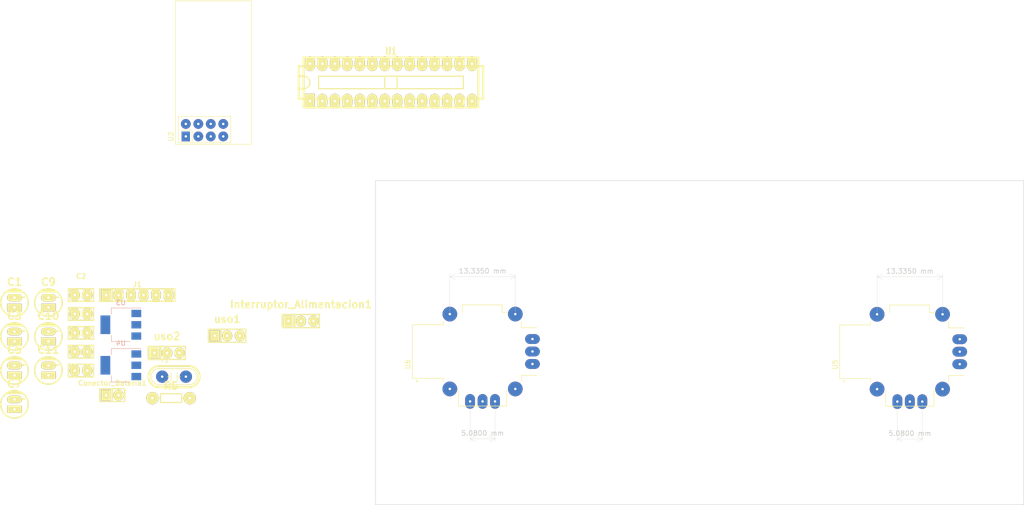
<source format=kicad_pcb>
(kicad_pcb (version 20221018) (generator pcbnew)
  (layers (0 "F.Cu" signal) (31 "B.Cu" signal) (34 "B.Paste" user) (35 "F.Paste" user) (36 "B.SilkS" user "B.Silkscreen") (37 "F.SilkS" user "F.Silkscreen") (38 "B.Mask" user) (39 "F.Mask" user) (44 "Edge.Cuts" user))
  (net 0 "")
  (net 1 "VCC")
  (net 2 "GND")
  (net 3 "+5V")
  (net 4 "+3V3")
  (net 5 "Net-(C10-Pad2)")
  (net 6 "Net-(C11-Pad2)")
  (net 7 "Net-(U1-Reset)")
  (net 8 "/DTR")
  (net 9 "/BAT")
  (net 10 "/RX")
  (net 11 "/TX")
  (net 16 "/SwDer")
  (net 17 "/SwIzq")
  (net 21 "/CE")
  (net 22 "/CSK")
  (net 23 "/MOSI")
  (net 24 "/MISO")
  (net 25 "/SCK")
  (net 27 "/PotIzqA")
  (net 28 "/PotIzqB")
  (net 29 "/PotDerA")
  (net 30 "/PotDerB")
  (footprint "EESTN5:CAP_0.1" (layer "F.Cu") (at 31.03 98.8448)
    (fp_text reference "C8" (at 0 -3.81) (layer "F.SilkS") (effects (font (size 1.016 1.016) (thickness 0.2032))))
    (fp_text value "100nF" hide)
    (fp_line (start -2.54 -0.635) (end -1.905 -1.27) (stroke (width 0.3048)) (layer "F.SilkS"))
    (fp_line (start -2.54 1.27) (end -2.54 -1.27) (stroke (width 0.3048)) (layer "F.SilkS"))
    (fp_line (start -2.4892 -1.27) (end 2.54 -1.27) (stroke (width 0.3048)) (layer "F.SilkS"))
    (fp_line (start 2.54 -1.27) (end 2.54 1.27) (stroke (width 0.3048)) (layer "F.SilkS"))
    (fp_line (start 2.54 1.27) (end -2.54 1.27) (stroke (width 0.3048)) (layer "F.SilkS"))
    (pad "1" thru_hole oval (at -1.27 0) (size 2 2.3) (drill 0.5) (layers "*.Cu" "*.Mask" "F.SilkS") (net 4 "+3V3"))
    (pad "2" thru_hole oval (at 1.27 0) (size 2 2.3) (drill 0.5) (layers "*.Cu" "*.Mask" "F.SilkS") (net 2 "GND"))
  )
  (footprint "EESTN5:RES0.3" (layer "F.Cu") (at 49.37709 108.294)
    (fp_text reference "R5" (at 0 -2.5) (layer "F.SilkS") (effects (font (size 1.5 1.5) (thickness 0.3))))
    (fp_text value "10K" hide)
    (fp_line (start -2.159 -0.889) (end -2.159 0.889) (stroke (width 0.254)) (layer "F.SilkS"))
    (fp_line (start -2.159 0) (end -3.81 0) (stroke (width 0.254)) (layer "F.SilkS"))
    (fp_line (start -2.159 0.889) (end 2.159 0.889) (stroke (width 0.254)) (layer "F.SilkS"))
    (fp_line (start 2.159 -0.889) (end -2.159 -0.889) (stroke (width 0.254)) (layer "F.SilkS"))
    (fp_line (start 2.159 0) (end 3.81 0) (stroke (width 0.254)) (layer "F.SilkS"))
    (fp_line (start 2.159 0.889) (end 2.159 -0.889) (stroke (width 0.254)) (layer "F.SilkS"))
    (pad "1" thru_hole circle (at -3.81 0) (size 2.5 2.5) (drill 0.5) (layers "*.Cu" "*.Mask" "F.SilkS") (net 3 "+5V"))
    (pad "2" thru_hole circle (at 3.81 0) (size 2.5 2.5) (drill 0.5) (layers "*.Cu" "*.Mask" "F.SilkS") (net 7 "Net-(U1-Reset)"))
  )
  (footprint "PotStick:XDCR_COM-09032" (layer "F.Cu") (at 112.8 98.8 90)
    (fp_text reference "U6" (at -2.625 -15.235 90) (layer "F.SilkS"))
    (fp_text value "COM-09032")
    (fp_line (start -11.1 -4.9) (end -7.95 -4.9) (stroke (width 0.127)) (layer "F.SilkS"))
    (fp_line (start -11.1 4.9) (end -11.1 -4.9) (stroke (width 0.127)) (layer "F.SilkS"))
    (fp_line (start -7.95 4.9) (end -11.1 4.9) (stroke (width 0.127)) (layer "F.SilkS"))
    (fp_line (start -7.95 5.17) (end -7.95 4.9) (stroke (width 0.127)) (layer "F.SilkS"))
    (fp_line (start -6.07 -8) (end -5.45 -8) (stroke (width 0.127)) (layer "F.SilkS"))
    (fp_line (start -5.45 -14.3) (end 5.45 -14.3) (stroke (width 0.127)) (layer "F.SilkS"))
    (fp_line (start -5.45 -8) (end -5.45 -14.3) (stroke (width 0.127)) (layer "F.SilkS"))
    (fp_line (start -4.85 7.9) (end -6.07 7.9) (stroke (width 0.127)) (layer "F.SilkS"))
    (fp_line (start -4.85 11.1) (end -4.85 7.9) (stroke (width 0.127)) (layer "F.SilkS"))
    (fp_line (start 4.85 7.9) (end 4.85 11.1) (stroke (width 0.127)) (layer "F.SilkS"))
    (fp_line (start 5.45 -14.3) (end 5.45 -8) (stroke (width 0.127)) (layer "F.SilkS"))
    (fp_line (start 5.45 -8) (end 6.08 -8) (stroke (width 0.127)) (layer "F.SilkS"))
    (fp_line (start 6.08 7.9) (end 4.85 7.9) (stroke (width 0.127)) (layer "F.SilkS"))
    (fp_line (start 7.95 -4.1) (end 9.5 -4.1) (stroke (width 0.127)) (layer "F.SilkS"))
    (fp_line (start 7.95 4) (end 7.95 5.12) (stroke (width 0.127)) (layer "F.SilkS"))
    (fp_line (start 9.5 -4.1) (end 9.5 4) (stroke (width 0.127)) (layer "F.SilkS"))
    (fp_line (start 9.5 4) (end 7.95 4) (stroke (width 0.127)) (layer "F.SilkS"))
    (fp_circle (center -6.05 -13.35) (end -5.95 -13.35) (stroke (width 0.2)) (fill none) (layer "F.SilkS"))
    (dimension (type aligned) (layer "Edge.Cuts") (pts (xy 106.1325 91.18) (xy 119.4675 91.18)) (height -7.62) (gr_text "13,3350 mm" (at 112.8 82.41) (layer "Edge.Cuts") (effects (font (size 1 1) (thickness 0.15)))) (format (prefix "") (suffix "") (units 3) (units_format 1) (precision 4)) (style (thickness 0.05) (arrow_length 1.27) (text_position_mode 0) (extension_height 0.58642) (extension_offset 0.5) keep_text_aligned))
    (dimension (type aligned) (layer "Edge.Cuts") (pts (xy 110.26 108.96) (xy 115.34 108.96)) (height 7.62) (gr_text "5,0800 mm" (at 112.8 115.43) (layer "Edge.Cuts") (effects (font (size 1 1) (thickness 0.15)))) (format (prefix "") (suffix "") (units 3) (units_format 1) (precision 4)) (style (thickness 0.05) (arrow_length 1.27) (text_position_mode 0) (extension_height 0.58642) (extension_offset 0.5) keep_text_aligned))
    (pad "H1" thru_hole oval (at -2.54 10.16 90) (size 2 3) (drill 0.5) (layers "*.Cu" "*.Mask") (net 3 "+5V"))
    (pad "H2" thru_hole oval (at 0 10.16 90) (size 2 3) (drill 0.5) (layers "*.Cu" "*.Mask") (net 27 "/PotIzqA"))
    (pad "H3" thru_hole oval (at 2.54 10.16 90) (size 2 3) (drill 0.5) (layers "*.Cu" "*.Mask") (net 2 "GND"))
    (pad "S1" thru_hole circle (at -7.62 -6.6675 90) (size 3 3) (drill 0.5) (layers "*.Cu" "*.Mask") (net 2 "GND"))
    (pad "S2" thru_hole circle (at -7.62 6.6675 90) (size 3 3) (drill 0.5) (layers "*.Cu" "*.Mask") (net 2 "GND"))
    (pad "S3" thru_hole circle (at 7.62 6.6675 90) (size 3 3) (drill 0.5) (layers "*.Cu" "*.Mask") (net 2 "GND"))
    (pad "S4" thru_hole circle (at 7.62 -6.6675 90) (size 3 3) (drill 0.5) (layers "*.Cu" "*.Mask") (net 2 "GND"))
    (pad "V1" thru_hole oval (at -10.16 -2.54 90) (size 3 2) (drill 0.5) (layers "*.Cu" "*.Mask") (net 3 "+5V"))
    (pad "V2" thru_hole oval (at -10.16 0 90) (size 3 2) (drill 0.5) (layers "*.Cu" "*.Mask") (net 28 "/PotIzqB"))
    (pad "V3" thru_hole oval (at -10.16 2.54 90) (size 3 2) (drill 0.5) (layers "*.Cu" "*.Mask") (net 2 "GND"))
  )
  (footprint "EESTN5:CAP_0.1" (layer "F.Cu") (at 31.03 87.3104)
    (fp_text reference "C2" (at 0 -3.81) (layer "F.SilkS") (effects (font (size 1.016 1.016) (thickness 0.2032))))
    (fp_text value "0.1uF" hide)
    (fp_line (start -2.54 -0.635) (end -1.905 -1.27) (stroke (width 0.3048)) (layer "F.SilkS"))
    (fp_line (start -2.54 1.27) (end -2.54 -1.27) (stroke (width 0.3048)) (layer "F.SilkS"))
    (fp_line (start -2.4892 -1.27) (end 2.54 -1.27) (stroke (width 0.3048)) (layer "F.SilkS"))
    (fp_line (start 2.54 -1.27) (end 2.54 1.27) (stroke (width 0.3048)) (layer "F.SilkS"))
    (fp_line (start 2.54 1.27) (end -2.54 1.27) (stroke (width 0.3048)) (layer "F.SilkS"))
    (pad "1" thru_hole oval (at -1.27 0) (size 2 2.3) (drill 0.5) (layers "*.Cu" "*.Mask" "F.SilkS") (net 1 "VCC"))
    (pad "2" thru_hole oval (at 1.27 0) (size 2 2.3) (drill 0.5) (layers "*.Cu" "*.Mask" "F.SilkS") (net 2 "GND"))
  )
  (footprint "EESTN5:Pin_Header_6" (layer "F.Cu") (at 42.49 87.3104)
    (fp_text reference "J1" (at 0 -2.159) (layer "F.SilkS") (effects (font (size 1.016 1.016) (thickness 0.2032))))
    (fp_text value "nombre del prog" hide)
    (fp_line (start -7.62 -1.27) (end 7.62 -1.27) (stroke (width 0.3048)) (layer "F.SilkS"))
    (fp_line (start -7.62 1.27) (end -7.62 -1.27) (stroke (width 0.3048)) (layer "F.SilkS"))
    (fp_line (start -5.08 -1.27) (end -5.08 1.27) (stroke (width 0.3048)) (layer "F.SilkS"))
    (fp_line (start 7.62 -1.27) (end 7.62 1.27) (stroke (width 0.3048)) (layer "F.SilkS"))
    (fp_line (start 7.62 1.27) (end -7.62 1.27) (stroke (width 0.3048)) (layer "F.SilkS"))
    (pad "1" thru_hole rect (at -6.35 0) (size 2 2.19964) (drill 0.5) (layers "*.Cu" "*.Mask" "F.SilkS") (net 8 "/DTR"))
    (pad "2" thru_hole oval (at -3.81 0) (size 2 2.5) (drill 0.5) (layers "*.Cu" "*.Mask" "F.SilkS") (net 10 "/RX"))
    (pad "3" thru_hole oval (at -1.27 0) (size 2 2.5) (drill 0.5) (layers "*.Cu" "*.Mask" "F.SilkS") (net 11 "/TX"))
    (pad "4" thru_hole oval (at 1.27 0) (size 2 2.5) (drill 0.5) (layers "*.Cu" "*.Mask" "F.SilkS"))
    (pad "5" thru_hole oval (at 3.81 0) (size 2 2.5) (drill 0.5) (layers "*.Cu" "*.Mask" "F.SilkS"))
    (pad "6" thru_hole oval (at 6.35 0) (size 2 2.5) (drill 0.5) (layers "*.Cu" "*.Mask" "F.SilkS") (net 2 "GND"))
  )
  (footprint "EESTN5:CAP_0.1" (layer "F.Cu") (at 31.03 91.1552)
    (fp_text reference "C4" (at 0 -3.81) (layer "F.SilkS") (effects (font (size 1.016 1.016) (thickness 0.2032))))
    (fp_text value "0.1uF" hide)
    (fp_line (start -2.54 -0.635) (end -1.905 -1.27) (stroke (width 0.3048)) (layer "F.SilkS"))
    (fp_line (start -2.54 1.27) (end -2.54 -1.27) (stroke (width 0.3048)) (layer "F.SilkS"))
    (fp_line (start -2.4892 -1.27) (end 2.54 -1.27) (stroke (width 0.3048)) (layer "F.SilkS"))
    (fp_line (start 2.54 -1.27) (end 2.54 1.27) (stroke (width 0.3048)) (layer "F.SilkS"))
    (fp_line (start 2.54 1.27) (end -2.54 1.27) (stroke (width 0.3048)) (layer "F.SilkS"))
    (pad "1" thru_hole oval (at -1.27 0) (size 2 2.3) (drill 0.5) (layers "*.Cu" "*.Mask" "F.SilkS") (net 3 "+5V"))
    (pad "2" thru_hole oval (at 1.27 0) (size 2 2.3) (drill 0.5) (layers "*.Cu" "*.Mask" "F.SilkS") (net 2 "GND"))
  )
  (footprint "EESTN5:CAP_ELEC_5x11mm" (layer "F.Cu") (at 17.49 102.65)
    (fp_text reference "C5" (at 0 -4.2) (layer "F.SilkS") (effects (font (size 1.524 1.524) (thickness 0.3048))))
    (fp_text value "1uF" hide)
    (fp_line (start -1.7 -2.2) (end 1.7 -2.2) (stroke (width 0.3048)) (layer "F.SilkS"))
    (fp_line (start -1.3 -2.4) (end 1.3 -2.4) (stroke (width 0.3048)) (layer "F.SilkS"))
    (fp_line (start -0.8 -2.6) (end 0.8 -2.6) (stroke (width 0.3048)) (layer "F.SilkS"))
    (fp_line (start 1 -1.1) (end 2 -1.1) (stroke (width 0.3)) (layer "F.SilkS"))
    (fp_circle (center 0 0) (end 2.8 0) (stroke (width 0.3048)) (fill none) (layer "F.SilkS"))
    (pad "1" thru_hole rect (at 0 1) (size 3 1.5) (drill 0.5) (layers "*.Cu" "*.Mask" "F.SilkS") (net 1 "VCC"))
    (pad "2" thru_hole oval (at 0 -1) (size 3 1.5) (drill 0.5) (layers "*.Cu" "*.Mask" "F.SilkS") (net 2 "GND"))
  )
  (footprint "RF_Module:nRF24L01_Breakout" (layer "F.Cu") (at 52.375 55 90)
    (fp_text reference "U2" (at 0 -3 90) (layer "F.SilkS"))
    (fp_text value "Nrf24l01")
    (fp_line (start -1.6 -2.1) (end -1.6 -2.1) (stroke (width 0.12)) (layer "F.SilkS"))
    (fp_line (start -1.6 -2.1) (end 27.6 -2.1) (stroke (width 0.12)) (layer "F.SilkS"))
    (fp_line (start -1.6 13.35) (end -1.6 -2.1) (stroke (width 0.12)) (layer "F.SilkS"))
    (fp_line (start -1.27 -1.524) (end -1.27 -1.524) (stroke (width 0.12)) (layer "F.SilkS"))
    (fp_line (start -1.27 -1.524) (end 4.064 -1.524) (stroke (width 0.12)) (layer "F.SilkS"))
    (fp_line (start -1.27 9.144) (end -1.27 -1.524) (stroke (width 0.12)) (layer "F.SilkS"))
    (fp_line (start -1.27 9.144) (end -1.27 9.144) (stroke (width 0.12)) (layer "F.SilkS"))
    (fp_line (start -1.016 1.27) (end -1.016 1.27) (stroke (width 0.12)) (layer "F.SilkS"))
    (fp_line (start 1.27 -1.016) (end 1.27 1.27) (stroke (width 0.12)) (layer "F.SilkS"))
    (fp_line (start 1.27 1.27) (end -1.016 1.27) (stroke (width 0.12)) (layer "F.SilkS"))
    (fp_line (start 4.064 -1.524) (end 4.064 9.144) (stroke (width 0.12)) (layer "F.SilkS"))
    (fp_line (start 4.064 9.144) (end -1.27 9.144) (stroke (width 0.12)) (layer "F.SilkS"))
    (fp_line (start 27.6 -2.1) (end 27.6 13.35) (stroke (width 0.12)) (layer "F.SilkS"))
    (fp_line (start 27.6 13.35) (end -1.6 13.35) (stroke (width 0.12)) (layer "F.SilkS"))
    (pad "1" thru_hole rect (at 0 0 90) (size 2 1.7) (drill 0.5) (layers "*.Cu" "*.Mask") (net 2 "GND"))
    (pad "2" thru_hole circle (at 2.54 0 90) (size 2 2) (drill 0.5) (layers "*.Cu" "*.Mask") (net 4 "+3V3"))
    (pad "3" thru_hole circle (at 0 2.54 90) (size 2 2) (drill 0.5) (layers "*.Cu" "*.Mask") (net 21 "/CE"))
    (pad "4" thru_hole circle (at 2.54 2.54 90) (size 2 2) (drill 0.5) (layers "*.Cu" "*.Mask") (net 22 "/CSK"))
    (pad "5" thru_hole circle (at 0 5.08 90) (size 2 2) (drill 0.5) (layers "*.Cu" "*.Mask") (net 25 "/SCK"))
    (pad "6" thru_hole circle (at 2.54 5.08 90) (size 2 2) (drill 0.5) (layers "*.Cu" "*.Mask") (net 23 "/MOSI"))
    (pad "7" thru_hole circle (at 0 7.62 90) (size 2 2) (drill 0.5) (layers "*.Cu" "*.Mask") (net 24 "/MISO"))
    (pad "8" thru_hole circle (at 2.54 7.62 90) (size 2 2) (drill 0.5) (layers "*.Cu" "*.Mask"))
  )
  (footprint "EESTN5:CAP_ELEC_5x11mm" (layer "F.Cu") (at 17.49 88.8404)
    (fp_text reference "C1" (at 0 -4.2) (layer "F.SilkS") (effects (font (size 1.524 1.524) (thickness 0.3048))))
    (fp_text value "1uF" hide)
    (fp_line (start -1.7 -2.2) (end 1.7 -2.2) (stroke (width 0.3048)) (layer "F.SilkS"))
    (fp_line (start -1.3 -2.4) (end 1.3 -2.4) (stroke (width 0.3048)) (layer "F.SilkS"))
    (fp_line (start -0.8 -2.6) (end 0.8 -2.6) (stroke (width 0.3048)) (layer "F.SilkS"))
    (fp_line (start 1 -1.1) (end 2 -1.1) (stroke (width 0.3)) (layer "F.SilkS"))
    (fp_circle (center 0 0) (end 2.8 0) (stroke (width 0.3048)) (fill none) (layer "F.SilkS"))
    (pad "1" thru_hole rect (at 0 1) (size 3 1.5) (drill 0.5) (layers "*.Cu" "*.Mask" "F.SilkS") (net 1 "VCC"))
    (pad "2" thru_hole oval (at 0 -1) (size 3 1.5) (drill 0.5) (layers "*.Cu" "*.Mask" "F.SilkS") (net 2 "GND"))
  )
  (footprint "EESTN5:DIP_28-300_socket" (layer "F.Cu") (at 94.15 44.01)
    (fp_text reference "U1" (at 0 -6.35) (layer "F.SilkS") (effects (font (size 1.524 1.143) (thickness 0.28702))))
    (fp_text value "ATMEGA328P" hide)
    (fp_line (start -18.796 3.302) (end -18.796 -3.302) (stroke (width 0.381)) (layer "F.SilkS"))
    (fp_line (start -17.78 -5.08) (end 17.78 -5.08) (stroke (width 0.381)) (layer "F.SilkS"))
    (fp_line (start -17.78 -1.27) (end -18.796 -1.27) (stroke (width 0.381)) (layer "F.SilkS"))
    (fp_line (start -17.78 -1.27) (end -17.78 1.27) (stroke (width 0.381)) (layer "F.SilkS"))
    (fp_line (start -17.78 1.27) (end -18.796 1.27) (stroke (width 0.381)) (layer "F.SilkS"))
    (fp_line (start -17.78 5.08) (end -17.78 -5.08) (stroke (width 0.381)) (layer "F.SilkS"))
    (fp_line (start -17.78 5.08) (end 17.78 5.08) (stroke (width 0.381)) (layer "F.SilkS"))
    (fp_line (start -14.732 -1.27) (end -14.732 1.27) (stroke (width 0.254)) (layer "F.SilkS"))
    (fp_line (start -14.732 1.27) (end 14.732 1.27) (stroke (width 0.254)) (layer "F.SilkS"))
    (fp_line (start -1.27 -1.27) (end -1.27 1.27) (stroke (width 0.254)) (layer "F.SilkS"))
    (fp_line (start 1.27 -1.27) (end 1.27 1.27) (stroke (width 0.254)) (layer "F.SilkS"))
    (fp_line (start 14.732 -1.27) (end -14.732 -1.27) (stroke (width 0.254)) (layer "F.SilkS"))
    (fp_line (start 14.732 1.27) (end 14.732 -1.27) (stroke (width 0.254)) (layer "F.SilkS"))
    (fp_line (start 17.78 -5.08) (end 17.78 5.08) (stroke (width 0.381)) (layer "F.SilkS"))
    (fp_line (start 18.796 -3.302) (end -18.796 -3.302) (stroke (width 0.381)) (layer "F.SilkS"))
    (fp_line (start 18.796 -3.302) (end 18.796 3.302) (stroke (width 0.381)) (layer "F.SilkS"))
    (fp_line (start 18.796 3.302) (end -18.796 3.302) (stroke (width 0.381)) (layer "F.SilkS"))
    (fp_arc (start -17.78 -1.27) (mid -16.881974 -0.898026) (end -16.51 0) (stroke (width 0.254)) (layer "F.SilkS"))
    (fp_arc (start -16.51 0) (mid -16.881974 0.898026) (end -17.78 1.27) (stroke (width 0.254)) (layer "F.SilkS"))
    (pad "1" thru_hole rect (at -16.51 3.81) (size 2 3) (drill 0.5) (layers "*.Cu" "*.Mask" "F.SilkS") (net 7 "Net-(U1-Reset)"))
    (pad "2" thru_hole oval (at -13.97 3.81) (size 2 3) (drill 0.5) (layers "*.Cu" "*.Mask" "F.SilkS") (net 10 "/RX"))
    (pad "3" thru_hole oval (at -11.43 3.81) (size 2 3) (drill 0.5) (layers "*.Cu" "*.Mask" "F.SilkS") (net 11 "/TX"))
    (pad "4" thru_hole oval (at -8.89 3.81) (size 2 3) (drill 0.5) (layers "*.Cu" "*.Mask" "F.SilkS"))
    (pad "5" thru_hole oval (at -6.35 3.81) (size 2 3) (drill 0.5) (layers "*.Cu" "*.Mask" "F.SilkS"))
    (pad "6" thru_hole oval (at -3.81 3.81) (size 2 3) (drill 0.5) (layers "*.Cu" "*.Mask" "F.SilkS") (net 16 "/SwDer"))
    (pad "7" thru_hole oval (at -1.27 3.81) (size 2 3) (drill 0.5) (layers "*.Cu" "*.Mask" "F.SilkS") (net 3 "+5V"))
    (pad "8" thru_hole oval (at 1.27 3.81) (size 2 3) (drill 0.5) (layers "*.Cu" "*.Mask" "F.SilkS") (net 2 "GND"))
    (pad "9" thru_hole oval (at 3.81 3.81) (size 2 3) (drill 0.5) (layers "*.Cu" "*.Mask" "F.SilkS") (net 5 "Net-(C10-Pad2)"))
    (pad "10" thru_hole oval (at 6.35 3.81) (size 2 3) (drill 0.5) (layers "*.Cu" "*.Mask" "F.SilkS") (net 6 "Net-(C11-Pad2)"))
    (pad "11" thru_hole oval (at 8.89 3.81) (size 2 3) (drill 0.5) (layers "*.Cu" "*.Mask" "F.SilkS") (net 17 "/SwIzq"))
    (pad "12" thru_hole oval (at 11.43 3.81) (size 2 3) (drill 0.5) (layers "*.Cu" "*.Mask" "F.SilkS"))
    (pad "13" thru_hole oval (at 13.97 3.81) (size 2 3) (drill 0.5) (layers "*.Cu" "*.Mask" "F.SilkS"))
    (pad "14" thru_hole oval (at 16.51 3.81) (size 2 3) (drill 0.5) (layers "*.Cu" "*.Mask" "F.SilkS"))
    (pad "15" thru_hole oval (at 16.51 -3.81) (size 2 3) (drill 0.5) (layers "*.Cu" "*.Mask" "F.SilkS") (net 21 "/CE"))
    (pad "16" thru_hole oval (at 13.97 -3.81) (size 2 3) (drill 0.5) (layers "*.Cu" "*.Mask" "F.SilkS") (net 22 "/CSK"))
    (pad "17" thru_hole oval (at 11.43 -3.81) (size 2 3) (drill 0.5) (layers "*.Cu" "*.Mask" "F.SilkS") (net 23 "/MOSI"))
    (pad "18" thru_hole oval (at 8.89 -3.81) (size 2 3) (drill 0.5) (layers "*.Cu" "*.Mask" "F.SilkS") (net 24 "/MISO"))
    (pad "19" thru_hole oval (at 6.35 -3.81) (size 2 3) (drill 0.5) (layers "*.Cu" "*.Mask" "F.SilkS") (net 25 "/SCK"))
    (pad "20" thru_hole oval (at 3.81 -3.81) (size 2 3) (drill 0.5) (layers "*.Cu" "*.Mask" "F.SilkS") (net 2 "GND"))
    (pad "21" thru_hole oval (at 1.27 -3.81) (size 2 3) (drill 0.5) (layers "*.Cu" "*.Mask" "F.SilkS"))
    (pad "22" thru_hole oval (at -1.27 -3.81) (size 2 3) (drill 0.5) (layers "*.Cu" "*.Mask" "F.SilkS") (net 3 "+5V"))
    (pad "23" thru_hole oval (at -3.81 -3.81) (size 2 3) (drill 0.5) (layers "*.Cu" "*.Mask" "F.SilkS") (net 27 "/PotIzqA"))
    (pad "24" thru_hole oval (at -6.35 -3.81) (size 2 3) (drill 0.5) (layers "*.Cu" "*.Mask" "F.SilkS") (net 28 "/PotIzqB"))
    (pad "25" thru_hole oval (at -8.89 -3.81) (size 2 3) (drill 0.5) (layers "*.Cu" "*.Mask" "F.SilkS") (net 29 "/PotDerA"))
    (pad "26" thru_hole oval (at -11.43 -3.81) (size 2 3) (drill 0.5) (layers "*.Cu" "*.Mask" "F.SilkS") (net 30 "/PotDerB"))
    (pad "27" thru_hole oval (at -13.97 -3.81) (size 2 3) (drill 0.5) (layers "*.Cu" "*.Mask" "F.SilkS"))
    (pad "28" thru_hole oval (at -16.51 -3.81) (size 2 3) (drill 0.5) (layers "*.Cu" "*.Mask" "F.SilkS"))
  )
  (footprint "Cristal:XTAL_XT9S20ANA16M" (layer "F.Cu") (at 49.9778 103.9202)
    (fp_text reference "Y1" (at -1.905 -3.302) (layer "F.SilkS"))
    (fp_text value "16MHZ")
    (fp_line (start -3.048 -2.159) (end 3.048 -2.159) (stroke (width 0.4064)) (layer "F.SilkS"))
    (fp_line (start -3.048 1.651) (end 3.048 1.651) (stroke (width 0.1524)) (layer "F.SilkS"))
    (fp_line (start -3.048 2.159) (end 3.048 2.159) (stroke (width 0.4064)) (layer "F.SilkS"))
    (fp_line (start -0.635 -0.762) (end -0.635 0) (stroke (width 0.1524)) (layer "F.SilkS"))
    (fp_line (start -0.635 0) (end -1.27 0) (stroke (width 0.1524)) (layer "F.SilkS"))
    (fp_line (start -0.635 0) (end -0.635 0.762) (stroke (width 0.1524)) (layer "F.SilkS"))
    (fp_line (start 0.635 -0.762) (end 0.635 0) (stroke (width 0.1524)) (layer "F.SilkS"))
    (fp_line (start 0.635 0) (end 0.635 0.762) (stroke (width 0.1524)) (layer "F.SilkS"))
    (fp_line (start 0.635 0) (end 1.27 0) (stroke (width 0.1524)) (layer "F.SilkS"))
    (fp_line (start 3.048 -1.651) (end -3.048 -1.651) (stroke (width 0.1524)) (layer "F.SilkS"))
    (fp_arc (start -3.048 1.651) (mid -4.699 0) (end -3.048 -1.651) (stroke (width 0.1524)) (layer "F.SilkS"))
    (fp_arc (start -3.048 2.159) (mid -5.207 0) (end -3.048 -2.159) (stroke (width 0.4064)) (layer "F.SilkS"))
    (fp_arc (start 3.048 -2.159) (mid 5.207 0) (end 3.048 2.159) (stroke (width 0.4064)) (layer "F.SilkS"))
    (fp_arc (start 3.048 -1.651) (mid 4.699 0) (end 3.048 1.651) (stroke (width 0.1524)) (layer "F.SilkS"))
    (pad "1" thru_hole circle (at -2.413 0) (size 2.5 2.5) (drill 0.5) (layers "*.Cu" "*.Mask") (net 6 "Net-(C11-Pad2)"))
    (pad "2" thru_hole circle (at 2.413 0) (size 2.5 2.5) (drill 0.5) (layers "*.Cu" "*.Mask") (net 5 "Net-(C10-Pad2)"))
  )
  (footprint "EESTN5:CAP_0.1" (layer "F.Cu") (at 31.03 95)
    (fp_text reference "C6" (at 0 -3.81) (layer "F.SilkS") (effects (font (size 1.016 1.016) (thickness 0.2032))))
    (fp_text value "100nF" hide)
    (fp_line (start -2.54 -0.635) (end -1.905 -1.27) (stroke (width 0.3048)) (layer "F.SilkS"))
    (fp_line (start -2.54 1.27) (end -2.54 -1.27) (stroke (width 0.3048)) (layer "F.SilkS"))
    (fp_line (start -2.4892 -1.27) (end 2.54 -1.27) (stroke (width 0.3048)) (layer "F.SilkS"))
    (fp_line (start 2.54 -1.27) (end 2.54 1.27) (stroke (width 0.3048)) (layer "F.SilkS"))
    (fp_line (start 2.54 1.27) (end -2.54 1.27) (stroke (width 0.3048)) (layer "F.SilkS"))
    (pad "1" thru_hole oval (at -1.27 0) (size 2 2.3) (drill 0.5) (layers "*.Cu" "*.Mask" "F.SilkS") (net 1 "VCC"))
    (pad "2" thru_hole oval (at 1.27 0) (size 2 2.3) (drill 0.5) (layers "*.Cu" "*.Mask" "F.SilkS") (net 2 "GND"))
  )
  (footprint "EESTN5:CAP_ELEC_5x11mm" (layer "F.Cu") (at 24.3948 95.7452)
    (fp_text reference "C10" (at 0 -4.2) (layer "F.SilkS") (effects (font (size 1.524 1.524) (thickness 0.3048))))
    (fp_text value "22pF" hide)
    (fp_line (start -1.7 -2.2) (end 1.7 -2.2) (stroke (width 0.3048)) (layer "F.SilkS"))
    (fp_line (start -1.3 -2.4) (end 1.3 -2.4) (stroke (width 0.3048)) (layer "F.SilkS"))
    (fp_line (start -0.8 -2.6) (end 0.8 -2.6) (stroke (width 0.3048)) (layer "F.SilkS"))
    (fp_line (start 1 -1.1) (end 2 -1.1) (stroke (width 0.3)) (layer "F.SilkS"))
    (fp_circle (center 0 0) (end 2.8 0) (stroke (width 0.3048)) (fill none) (layer "F.SilkS"))
    (pad "1" thru_hole rect (at 0 1) (size 3 1.5) (drill 0.5) (layers "*.Cu" "*.Mask" "F.SilkS") (net 2 "GND"))
    (pad "2" thru_hole oval (at 0 -1) (size 3 1.5) (drill 0.5) (layers "*.Cu" "*.Mask" "F.SilkS") (net 5 "Net-(C10-Pad2)"))
  )
  (footprint "EESTN5:CAP_ELEC_5x11mm" (layer "F.Cu") (at 17.49 95.7452)
    (fp_text reference "C3" (at 0 -4.2) (layer "F.SilkS") (effects (font (size 1.524 1.524) (thickness 0.3048))))
    (fp_text value "1uF" hide)
    (fp_line (start -1.7 -2.2) (end 1.7 -2.2) (stroke (width 0.3048)) (layer "F.SilkS"))
    (fp_line (start -1.3 -2.4) (end 1.3 -2.4) (stroke (width 0.3048)) (layer "F.SilkS"))
    (fp_line (start -0.8 -2.6) (end 0.8 -2.6) (stroke (width 0.3048)) (layer "F.SilkS"))
    (fp_line (start 1 -1.1) (end 2 -1.1) (stroke (width 0.3)) (layer "F.SilkS"))
    (fp_circle (center 0 0) (end 2.8 0) (stroke (width 0.3048)) (fill none) (layer "F.SilkS"))
    (pad "1" thru_hole rect (at 0 1) (size 3 1.5) (drill 0.5) (layers "*.Cu" "*.Mask" "F.SilkS") (net 3 "+5V"))
    (pad "2" thru_hole oval (at 0 -1) (size 3 1.5) (drill 0.5) (layers "*.Cu" "*.Mask" "F.SilkS") (net 2 "GND"))
  )
  (footprint "EESTN5:CAP_ELEC_5x11mm" (layer "F.Cu") (at 24.3948 102.65)
    (fp_text reference "C11" (at 0 -4.2) (layer "F.SilkS") (effects (font (size 1.524 1.524) (thickness 0.3048))))
    (fp_text value "22pF" hide)
    (fp_line (start -1.7 -2.2) (end 1.7 -2.2) (stroke (width 0.3048)) (layer "F.SilkS"))
    (fp_line (start -1.3 -2.4) (end 1.3 -2.4) (stroke (width 0.3048)) (layer "F.SilkS"))
    (fp_line (start -0.8 -2.6) (end 0.8 -2.6) (stroke (width 0.3048)) (layer "F.SilkS"))
    (fp_line (start 1 -1.1) (end 2 -1.1) (stroke (width 0.3)) (layer "F.SilkS"))
    (fp_circle (center 0 0) (end 2.8 0) (stroke (width 0.3048)) (fill none) (layer "F.SilkS"))
    (pad "1" thru_hole rect (at 0 1) (size 3 1.5) (drill 0.5) (layers "*.Cu" "*.Mask" "F.SilkS") (net 2 "GND"))
    (pad "2" thru_hole oval (at 0 -1) (size 3 1.5) (drill 0.5) (layers "*.Cu" "*.Mask" "F.SilkS") (net 6 "Net-(C11-Pad2)"))
  )
  (footprint "PotStick:XDCR_COM-09032" (layer "F.Cu") (at 199.8 98.84 90)
    (fp_text reference "U5" (at -2.625 -15.235 90) (layer "F.SilkS"))
    (fp_text value "COM-09032")
    (fp_line (start -11.1 -4.9) (end -7.95 -4.9) (stroke (width 0.127)) (layer "F.SilkS"))
    (fp_line (start -11.1 4.9) (end -11.1 -4.9) (stroke (width 0.127)) (layer "F.SilkS"))
    (fp_line (start -7.95 4.9) (end -11.1 4.9) (stroke (width 0.127)) (layer "F.SilkS"))
    (fp_line (start -7.95 5.17) (end -7.95 4.9) (stroke (width 0.127)) (layer "F.SilkS"))
    (fp_line (start -6.07 -8) (end -5.45 -8) (stroke (width 0.127)) (layer "F.SilkS"))
    (fp_line (start -5.45 -14.3) (end 5.45 -14.3) (stroke (width 0.127)) (layer "F.SilkS"))
    (fp_line (start -5.45 -8) (end -5.45 -14.3) (stroke (width 0.127)) (layer "F.SilkS"))
    (fp_line (start -4.85 7.9) (end -6.07 7.9) (stroke (width 0.127)) (layer "F.SilkS"))
    (fp_line (start -4.85 11.1) (end -4.85 7.9) (stroke (width 0.127)) (layer "F.SilkS"))
    (fp_line (start 4.85 7.9) (end 4.85 11.1) (stroke (width 0.127)) (layer "F.SilkS"))
    (fp_line (start 5.45 -14.3) (end 5.45 -8) (stroke (width 0.127)) (layer "F.SilkS"))
    (fp_line (start 5.45 -8) (end 6.08 -8) (stroke (width 0.127)) (layer "F.SilkS"))
    (fp_line (start 6.08 7.9) (end 4.85 7.9) (stroke (width 0.127)) (layer "F.SilkS"))
    (fp_line (start 7.95 -4.1) (end 9.5 -4.1) (stroke (width 0.127)) (layer "F.SilkS"))
    (fp_line (start 7.95 4) (end 7.95 5.12) (stroke (width 0.127)) (layer "F.SilkS"))
    (fp_line (start 9.5 -4.1) (end 9.5 4) (stroke (width 0.127)) (layer "F.SilkS"))
    (fp_line (start 9.5 4) (end 7.95 4) (stroke (width 0.127)) (layer "F.SilkS"))
    (fp_circle (center -6.05 -13.35) (end -5.95 -13.35) (stroke (width 0.2)) (fill none) (layer "F.SilkS"))
    (dimension (type aligned) (layer "Edge.Cuts") (pts (xy 193.1325 91.22) (xy 206.4675 91.22)) (height -7.62) (gr_text "13,3350 mm" (at 199.8 82.45) (layer "Edge.Cuts") (effects (font (size 1 1) (thickness 0.15)))) (format (prefix "") (suffix "") (units 3) (units_format 1) (precision 4)) (style (thickness 0.05) (arrow_length 1.27) (text_position_mode 0) (extension_height 0.58642) (extension_offset 0.5) keep_text_aligned))
    (dimension (type aligned) (layer "Edge.Cuts") (pts (xy 197.26 109) (xy 202.34 109)) (height 7.62) (gr_text "5,0800 mm" (at 199.8 115.47) (layer "Edge.Cuts") (effects (font (size 1 1) (thickness 0.15)))) (format (prefix "") (suffix "") (units 3) (units_format 1) (precision 4)) (style (thickness 0.05) (arrow_length 1.27) (text_position_mode 0) (extension_height 0.58642) (extension_offset 0.5) keep_text_aligned))
    (pad "H1" thru_hole oval (at -2.54 10.16 90) (size 2 3) (drill 0.5) (layers "*.Cu" "*.Mask") (net 3 "+5V"))
    (pad "H2" thru_hole oval (at 0 10.16 90) (size 2 3) (drill 0.5) (layers "*.Cu" "*.Mask") (net 29 "/PotDerA"))
    (pad "H3" thru_hole oval (at 2.54 10.16 90) (size 2 3) (drill 0.5) (layers "*.Cu" "*.Mask") (net 2 "GND"))
    (pad "S1" thru_hole circle (at -7.62 -6.6675 90) (size 3 3) (drill 0.5) (layers "*.Cu" "*.Mask") (net 2 "GND"))
    (pad "S2" thru_hole circle (at -7.62 6.6675 90) (size 3 3) (drill 0.5) (layers "*.Cu" "*.Mask") (net 2 "GND"))
    (pad "S3" thru_hole circle (at 7.62 6.6675 90) (size 3 3) (drill 0.5) (layers "*.Cu" "*.Mask") (net 2 "GND"))
    (pad "S4" thru_hole circle (at 7.62 -6.6675 90) (size 3 3) (drill 0.5) (layers "*.Cu" "*.Mask") (net 2 "GND"))
    (pad "V1" thru_hole oval (at -10.16 -2.54 90) (size 3 2) (drill 0.5) (layers "*.Cu" "*.Mask") (net 3 "+5V"))
    (pad "V2" thru_hole oval (at -10.16 0 90) (size 3 2) (drill 0.5) (layers "*.Cu" "*.Mask" "Eco2.User") (net 30 "/PotDerB"))
    (pad "V3" thru_hole oval (at -10.16 2.54 90) (size 3 2) (drill 0.5) (layers "*.Cu" "*.Mask") (net 2 "GND"))
  )
  (footprint "EESTN5:Pin_Header_3" (layer "F.Cu") (at 75.826931 92.593)
    (fp_text reference "Interruptor_Alimentacion1" (at 0 -3.4) (layer "F.SilkS") (effects (font (size 1.5 1.5) (thickness 0.3))))
    (fp_text value "SW_SPDT" hide)
    (fp_line (start -3.81 -1.397) (end 3.81 -1.397) (stroke (width 0.15)) (layer "F.SilkS"))
    (fp_line (start -3.81 1.27) (end -3.81 -1.27) (stroke (width 0.3048)) (layer "F.SilkS"))
    (fp_line (start -1.27 -1.27) (end -1.27 1.27) (stroke (width 0.3048)) (layer "F.SilkS"))
    (fp_line (start 3.683 1.27) (end 3.683 -1.27) (stroke (width 0.15)) (layer "F.SilkS"))
    (fp_line (start 3.81 -1.397) (end 3.81 -1.143) (stroke (width 0.15)) (layer "F.SilkS"))
    (fp_line (start 3.81 -1.27) (end -3.81 -1.27) (stroke (width 0.15)) (layer "F.SilkS"))
    (fp_line (start 3.81 -1.27) (end 3.81 1.27) (stroke (width 0.15)) (layer "F.SilkS"))
    (fp_line (start 3.81 1.016) (end 3.81 1.397) (stroke (width 0.15)) (layer "F.SilkS"))
    (fp_line (start 3.81 1.27) (end -3.81 1.27) (stroke (width 0.15)) (layer "F.SilkS"))
    (fp_line (start 3.81 1.397) (end -3.81 1.397) (stroke (width 0.15)) (layer "F.SilkS"))
    (pad "1" thru_hole rect (at -2.54 0) (size 2 2.19964) (drill 0.5) (layers "*.Cu" "*.Mask" "F.SilkS") (net 1 "VCC"))
    (pad "2" thru_hole oval (at 0 0) (size 2 2.19964) (drill 0.5) (layers "*.Cu" "*.Mask" "F.SilkS") (net 1 "VCC"))
    (pad "3" thru_hole oval (at 2.54 0) (size 2 2.19964) (drill 0.5) (layers "*.Cu" "*.Mask" "F.SilkS") (net 9 "/BAT"))
  )
  (footprint "EESTN5:Pin_Header_2" (layer "F.Cu") (at 37.41 107.3825)
    (fp_text reference "Conector_Bateria1" (at 0 -2.159) (layer "F.SilkS") (effects (font (size 1.016 1.016) (thickness 0.2032))))
    (fp_text value "4s" hide)
    (fp_line (start -2.6035 -0.889) (end -2.6035 -1.0795) (stroke (width 0.15)) (layer "F.SilkS"))
    (fp_line (start -2.54 -0.9525) (end 2.54 -0.9525) (stroke (width 0.15)) (layer "F.SilkS"))
    (fp_line (start -2.54 1.5875) (end -2.54 -0.9525) (stroke (width 0.3048)) (layer "F.SilkS"))
    (fp_line (start 0 -0.9525) (end 0 1.5875) (stroke (width 0.3048)) (layer "F.SilkS"))
    (fp_line (start 2.4765 -1.016) (end 2.4765 1.5875) (stroke (width 0.15)) (layer "F.SilkS"))
    (fp_line (start 2.54 1.5875) (end -2.54 1.5875) (stroke (width 0.15)) (layer "F.SilkS"))
    (fp_line (start 2.54 1.651) (end -2.6035 1.651) (stroke (width 0.15)) (layer "F.SilkS"))
    (fp_line (start 2.54 1.651) (end 2.54 -1.016) (stroke (width 0.15)) (layer "F.SilkS"))
    (fp_line (start 2.6035 -1.0795) (end -2.54 -1.0795) (stroke (width 0.15)) (layer "F.SilkS"))
    (fp_line (start 2.6035 -1.0795) (end 2.6035 -0.6985) (stroke (width 0.15)) (layer "F.SilkS"))
    (fp_line (start 2.6035 1.5875) (end 2.6035 -0.9525) (stroke (width 0.15)) (layer "F.SilkS"))
    (pad "1" thru_hole rect (at -1.27 0.3175) (size 2 2.19964) (drill 0.5) (layers "*.Cu" "*.Mask" "F.SilkS") (net 9 "/BAT"))
    (pad "2" thru_hole oval (at 1.27 0.3175) (size 2 2.19964) (drill 0.5) (layers "*.Cu" "*.Mask" "F.SilkS") (net 2 "GND"))
  )
  (footprint "EESTN5:CAP_ELEC_5x11mm" (layer "F.Cu") (at 17.49 109.5548)
    (fp_text reference "C7" (at 0 -4.2) (layer "F.SilkS") (effects (font (size 1.524 1.524) (thickness 0.3048))))
    (fp_text value "1uF" hide)
    (fp_line (start -1.7 -2.2) (end 1.7 -2.2) (stroke (width 0.3048)) (layer "F.SilkS"))
    (fp_line (start -1.3 -2.4) (end 1.3 -2.4) (stroke (width 0.3048)) (layer "F.SilkS"))
    (fp_line (start -0.8 -2.6) (end 0.8 -2.6) (stroke (width 0.3048)) (layer "F.SilkS"))
    (fp_line (start 1 -1.1) (end 2 -1.1) (stroke (width 0.3)) (layer "F.SilkS"))
    (fp_circle (center 0 0) (end 2.8 0) (stroke (width 0.3048)) (fill none) (layer "F.SilkS"))
    (pad "1" thru_hole rect (at 0 1) (size 3 1.5) (drill 0.5) (layers "*.Cu" "*.Mask" "F.SilkS") (net 4 "+3V3"))
    (pad "2" thru_hole oval (at 0 -1) (size 3 1.5) (drill 0.5) (layers "*.Cu" "*.Mask" "F.SilkS") (net 2 "GND"))
  )
  (footprint "EESTN5:CAP_ELEC_5x11mm" (layer "F.Cu") (at 24.3948 88.8404)
    (fp_text reference "C9" (at 0 -4.2) (layer "F.SilkS") (effects (font (size 1.524 1.524) (thickness 0.3048))))
    (fp_text value "10uF" hide)
    (fp_line (start -1.7 -2.2) (end 1.7 -2.2) (stroke (width 0.3048)) (layer "F.SilkS"))
    (fp_line (start -1.3 -2.4) (end 1.3 -2.4) (stroke (width 0.3048)) (layer "F.SilkS"))
    (fp_line (start -0.8 -2.6) (end 0.8 -2.6) (stroke (width 0.3048)) (layer "F.SilkS"))
    (fp_line (start 1 -1.1) (end 2 -1.1) (stroke (width 0.3)) (layer "F.SilkS"))
    (fp_circle (center 0 0) (end 2.8 0) (stroke (width 0.3048)) (fill none) (layer "F.SilkS"))
    (pad "1" thru_hole rect (at 0 1) (size 3 1.5) (drill 0.5) (layers "*.Cu" "*.Mask" "F.SilkS") (net 3 "+5V"))
    (pad "2" thru_hole oval (at 0 -1) (size 3 1.5) (drill 0.5) (layers "*.Cu" "*.Mask" "F.SilkS") (net 2 "GND"))
  )
  (footprint "EESTN5:Pin_Header_3" (layer "F.Cu") (at 48.53 99.088)
    (fp_text reference "uso2" (at 0 -3.4) (layer "F.SilkS") (effects (font (size 1.5 1.5) (thickness 0.3))))
    (fp_text value "SW_SPDT" hide)
    (fp_line (start -3.81 -1.397) (end 3.81 -1.397) (stroke (width 0.15)) (layer "F.SilkS"))
    (fp_line (start -3.81 1.27) (end -3.81 -1.27) (stroke (width 0.3048)) (layer "F.SilkS"))
    (fp_line (start -1.27 -1.27) (end -1.27 1.27) (stroke (width 0.3048)) (layer "F.SilkS"))
    (fp_line (start 3.683 1.27) (end 3.683 -1.27) (stroke (width 0.15)) (layer "F.SilkS"))
    (fp_line (start 3.81 -1.397) (end 3.81 -1.143) (stroke (width 0.15)) (layer "F.SilkS"))
    (fp_line (start 3.81 -1.27) (end -3.81 -1.27) (stroke (width 0.15)) (layer "F.SilkS"))
    (fp_line (start 3.81 -1.27) (end 3.81 1.27) (stroke (width 0.15)) (layer "F.SilkS"))
    (fp_line (start 3.81 1.016) (end 3.81 1.397) (stroke (width 0.15)) (layer "F.SilkS"))
    (fp_line (start 3.81 1.27) (end -3.81 1.27) (stroke (width 0.15)) (layer "F.SilkS"))
    (fp_line (start 3.81 1.397) (end -3.81 1.397) (stroke (width 0.15)) (layer "F.SilkS"))
    (pad "1" thru_hole rect (at -2.54 0) (size 2 2.19964) (drill 0.5) (layers "*.Cu" "*.Mask" "F.SilkS"))
    (pad "2" thru_hole oval (at 0 0) (size 2.2 2.19964) (drill 0.5) (layers "*.Cu" "*.Mask" "F.SilkS") (net 16 "/SwDer"))
    (pad "3" thru_hole oval (at 2.54 0) (size 2 2.19964) (drill 0.5) (layers "*.Cu" "*.Mask" "F.SilkS"))
  )
  (footprint "EESTN5:Pin_Header_3" (layer "F.Cu") (at 60.80709 95.594)
    (fp_text reference "uso1" (at 0 -3.4) (layer "F.SilkS") (effects (font (size 1.5 1.5) (thickness 0.3))))
    (fp_text value "SW_SPDT" hide)
    (fp_line (start -3.81 -1.397) (end 3.81 -1.397) (stroke (width 0.15)) (layer "F.SilkS"))
    (fp_line (start -3.81 1.27) (end -3.81 -1.27) (stroke (width 0.3048)) (layer "F.SilkS"))
    (fp_line (start -1.27 -1.27) (end -1.27 1.27) (stroke (width 0.3048)) (layer "F.SilkS"))
    (fp_line (start 3.683 1.27) (end 3.683 -1.27) (stroke (width 0.15)) (layer "F.SilkS"))
    (fp_line (start 3.81 -1.397) (end 3.81 -1.143) (stroke (width 0.15)) (layer "F.SilkS"))
    (fp_line (start 3.81 -1.27) (end -3.81 -1.27) (stroke (width 0.15)) (layer "F.SilkS"))
    (fp_line (start 3.81 -1.27) (end 3.81 1.27) (stroke (width 0.15)) (layer "F.SilkS"))
    (fp_line (start 3.81 1.016) (end 3.81 1.397) (stroke (width 0.15)) (layer "F.SilkS"))
    (fp_line (start 3.81 1.27) (end -3.81 1.27) (stroke (width 0.15)) (layer "F.SilkS"))
    (fp_line (start 3.81 1.397) (end -3.81 1.397) (stroke (width 0.15)) (layer "F.SilkS"))
    (pad "1" thru_hole rect (at -2.54 0) (size 2 2.19964) (drill 0.5) (layers "*.Cu" "*.Mask" "F.SilkS"))
    (pad "2" thru_hole oval (at 0 0) (size 2 2.19964) (drill 0.5) (layers "*.Cu" "*.Mask" "F.SilkS") (net 17 "/SwIzq"))
    (pad "3" thru_hole oval (at 2.54 0) (size 2 2.19964) (drill 0.5) (layers "*.Cu" "*.Mask" "F.SilkS"))
  )
  (footprint "EESTN5:CAP_0.1" (layer "F.Cu") (at 31.03 102.6896)
    (fp_text reference "C12" (at 0 -3.81) (layer "F.SilkS") (effects (font (size 1.016 1.016) (thickness 0.2032))))
    (fp_text value "100nF" hide)
    (fp_line (start -2.54 -0.635) (end -1.905 -1.27) (stroke (width 0.3048)) (layer "F.SilkS"))
    (fp_line (start -2.54 1.27) (end -2.54 -1.27) (stroke (width 0.3048)) (layer "F.SilkS"))
    (fp_line (start -2.4892 -1.27) (end 2.54 -1.27) (stroke (width 0.3048)) (layer "F.SilkS"))
    (fp_line (start 2.54 -1.27) (end 2.54 1.27) (stroke (width 0.3048)) (layer "F.SilkS"))
    (fp_line (start 2.54 1.27) (end -2.54 1.27) (stroke (width 0.3048)) (layer "F.SilkS"))
    (pad "1" thru_hole oval (at -1.27 0) (size 2 2.3) (drill 0.5) (layers "*.Cu" "*.Mask" "F.SilkS") (net 7 "Net-(U1-Reset)"))
    (pad "2" thru_hole oval (at 1.27 0) (size 2 2.3) (drill 0.5) (layers "*.Cu" "*.Mask" "F.SilkS") (net 8 "/DTR"))
  )
  (footprint "Package_TO_SOT_SMD:SOT-223-3_TabPin2" (layer "B.Cu") (at 39.1426 93.353 180)
    (fp_text reference "U3" (at 0 4.5) (layer "B.SilkS") (effects (justify mirror)))
    (fp_text value "AMS1117-3.3")
    (fp_line (start -4.1 3.41) (end 1.91 3.41) (stroke (width 0.12)) (layer "B.SilkS"))
    (fp_line (start -1.85 -3.41) (end 1.91 -3.41) (stroke (width 0.12)) (layer "B.SilkS"))
    (fp_line (start 1.91 -3.41) (end 1.91 -2.15) (stroke (width 0.12)) (layer "B.SilkS"))
    (fp_line (start 1.91 3.41) (end 1.91 2.15) (stroke (width 0.12)) (layer "B.SilkS"))
    (pad "1" smd rect (at -3.15 2.3 180) (size 2 1.5) (layers "B.Cu" "B.Paste" "B.Mask") (net 2 "GND"))
    (pad "2" smd rect (at -3.15 0 180) (size 2 1.5) (layers "B.Cu" "B.Paste" "B.Mask") (net 4 "+3V3"))
    (pad "2" smd rect (at 3.15 0 180) (size 2 3.8) (layers "B.Cu" "B.Paste" "B.Mask") (net 4 "+3V3"))
    (pad "3" smd rect (at -3.15 -2.3 180) (size 2 1.5) (layers "B.Cu" "B.Paste" "B.Mask") (net 1 "VCC"))
  )
  (footprint "Package_TO_SOT_SMD:SOT-223-3_TabPin2" (layer "B.Cu") (at 39.1426 101.603 180)
    (fp_text reference "U4" (at 0 4.5) (layer "B.SilkS") (effects (justify mirror)))
    (fp_text value "AMS1117-5.0")
    (fp_line (start -4.1 3.41) (end 1.91 3.41) (stroke (width 0.12)) (layer "B.SilkS"))
    (fp_line (start -1.85 -3.41) (end 1.91 -3.41) (stroke (width 0.12)) (layer "B.SilkS"))
    (fp_line (start 1.91 -3.41) (end 1.91 -2.15) (stroke (width 0.12)) (layer "B.SilkS"))
    (fp_line (start 1.91 3.41) (end 1.91 2.15) (stroke (width 0.12)) (layer "B.SilkS"))
    (pad "1" smd rect (at -3.15 2.3 180) (size 2 1.5) (layers "B.Cu" "B.Paste" "B.Mask") (net 2 "GND"))
    (pad "2" smd rect (at -3.15 0 180) (size 2 1.5) (layers "B.Cu" "B.Paste" "B.Mask") (net 3 "+5V"))
    (pad "2" smd rect (at 3.15 0 180) (size 2 3.8) (layers "B.Cu" "B.Paste" "B.Mask") (net 3 "+5V"))
    (pad "3" smd rect (at -3.15 -2.3 180) (size 2 1.5) (layers "B.Cu" "B.Paste" "B.Mask") (net 1 "VCC"))
  )
  (gr_line (start 223 130) (end 223 64) (stroke (width 0.1)) (layer "Edge.Cuts"))
  (gr_line (start 91 64) (end 91 130) (stroke (width 0.1)) (layer "Edge.Cuts"))
  (gr_line (start 91 130) (end 223 130) (stroke (width 0.1)) (layer "Edge.Cuts"))
  (gr_line (start 223 64) (end 91 64) (stroke (width 0.1)) (layer "Edge.Cuts"))
)
</source>
